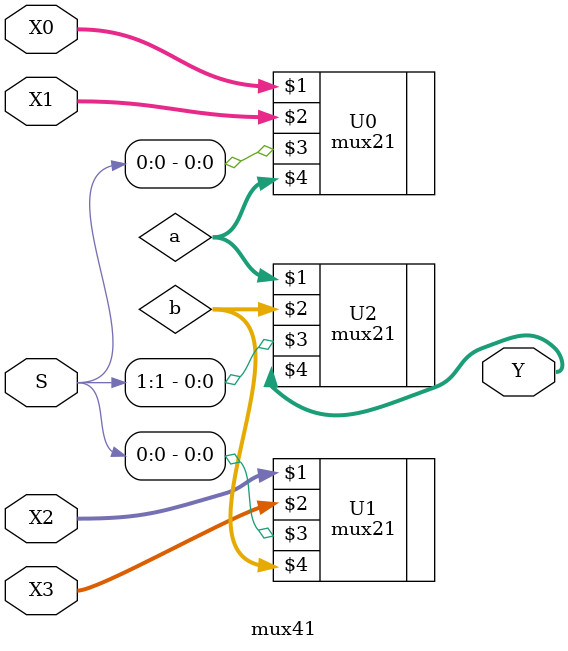
<source format=v>
module mux41(X0, X1, X2, X3, S, Y);
input [1:0] X0, X1, X2, X3, S;
output [1:0] Y;
wire [1:0] a, b;

mux21 U0(X0, X1, S[0], a);
mux21 U1(X2, X3, S[0], b);
mux21 U2(a, b, S[1], Y);

endmodule

</source>
